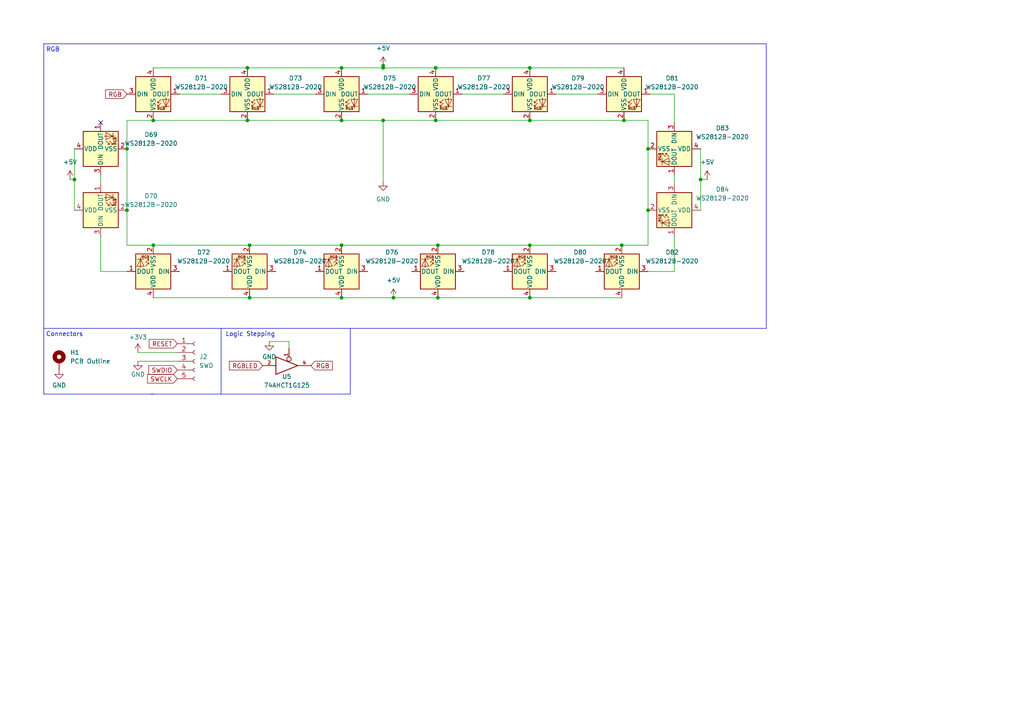
<source format=kicad_sch>
(kicad_sch (version 20230121) (generator eeschema)

  (uuid 8d284183-fbe8-468d-94b9-729308198afa)

  (paper "A4")

  (title_block
    (title "SST60 - Multi-layout 60% pcb")
    (date "2022-07-25")
    (rev "1.0")
  )

  (lib_symbols
    (symbol "74xGxx:74AHCT1G125" (pin_names (offset 1.016)) (in_bom yes) (on_board yes)
      (property "Reference" "U?" (at -0.635 -5.715 0)
        (effects (font (size 1.27 1.27)))
      )
      (property "Value" "74AHCT1G125" (at -0.635 -8.255 0)
        (effects (font (size 1.27 1.27)))
      )
      (property "Footprint" "" (at 0 0 0)
        (effects (font (size 1.27 1.27)) hide)
      )
      (property "Datasheet" "http://www.ti.com/lit/sg/scyt129e/scyt129e.pdf" (at 1.27 -11.43 0)
        (effects (font (size 1.27 1.27)) hide)
      )
      (property "ki_keywords" "Single Gate Buff Tri-State LVC CMOS" (at 0 0 0)
        (effects (font (size 1.27 1.27)) hide)
      )
      (property "ki_description" "Single Buffer Gate Tri-State, Low-Voltage CMOS" (at 0 0 0)
        (effects (font (size 1.27 1.27)) hide)
      )
      (property "ki_fp_filters" "SOT* SG-*" (at 0 0 0)
        (effects (font (size 1.27 1.27)) hide)
      )
      (symbol "74AHCT1G125_0_1"
        (polyline
          (pts
            (xy -3.81 2.54)
            (xy -3.81 -2.54)
            (xy 2.54 0)
            (xy -3.81 2.54)
          )
          (stroke (width 0.254) (type default))
          (fill (type none))
        )
      )
      (symbol "74AHCT1G125_1_1"
        (pin input inverted (at 0 5.08 270) (length 3.81)
          (name "~" (effects (font (size 1.016 1.016))))
          (number "1" (effects (font (size 1.016 1.016))))
        )
        (pin input line (at -7.62 0 0) (length 3.81)
          (name "~" (effects (font (size 1.016 1.016))))
          (number "2" (effects (font (size 1.016 1.016))))
        )
        (pin power_in line (at 5.08 -2.54 270) (length 0) hide
          (name "GND" (effects (font (size 1.016 1.016))))
          (number "3" (effects (font (size 1.016 1.016))))
        )
        (pin tri_state line (at 6.35 0 180) (length 3.81)
          (name "~" (effects (font (size 1.016 1.016))))
          (number "4" (effects (font (size 1.016 1.016))))
        )
        (pin power_in line (at 1.27 1.27 90) (length 0) hide
          (name "+5V" (effects (font (size 1.016 1.016))))
          (number "5" (effects (font (size 1.016 1.016))))
        )
      )
    )
    (symbol "Connector:Conn_01x05_Female" (pin_names (offset 1.016) hide) (in_bom yes) (on_board yes)
      (property "Reference" "J" (at 0 7.62 0)
        (effects (font (size 1.27 1.27)))
      )
      (property "Value" "Conn_01x05_Female" (at 0 -7.62 0)
        (effects (font (size 1.27 1.27)))
      )
      (property "Footprint" "" (at 0 0 0)
        (effects (font (size 1.27 1.27)) hide)
      )
      (property "Datasheet" "~" (at 0 0 0)
        (effects (font (size 1.27 1.27)) hide)
      )
      (property "ki_keywords" "connector" (at 0 0 0)
        (effects (font (size 1.27 1.27)) hide)
      )
      (property "ki_description" "Generic connector, single row, 01x05, script generated (kicad-library-utils/schlib/autogen/connector/)" (at 0 0 0)
        (effects (font (size 1.27 1.27)) hide)
      )
      (property "ki_fp_filters" "Connector*:*_1x??_*" (at 0 0 0)
        (effects (font (size 1.27 1.27)) hide)
      )
      (symbol "Conn_01x05_Female_1_1"
        (arc (start 0 -4.572) (mid -0.5058 -5.08) (end 0 -5.588)
          (stroke (width 0.1524) (type default))
          (fill (type none))
        )
        (arc (start 0 -2.032) (mid -0.5058 -2.54) (end 0 -3.048)
          (stroke (width 0.1524) (type default))
          (fill (type none))
        )
        (polyline
          (pts
            (xy -1.27 -5.08)
            (xy -0.508 -5.08)
          )
          (stroke (width 0.1524) (type default))
          (fill (type none))
        )
        (polyline
          (pts
            (xy -1.27 -2.54)
            (xy -0.508 -2.54)
          )
          (stroke (width 0.1524) (type default))
          (fill (type none))
        )
        (polyline
          (pts
            (xy -1.27 0)
            (xy -0.508 0)
          )
          (stroke (width 0.1524) (type default))
          (fill (type none))
        )
        (polyline
          (pts
            (xy -1.27 2.54)
            (xy -0.508 2.54)
          )
          (stroke (width 0.1524) (type default))
          (fill (type none))
        )
        (polyline
          (pts
            (xy -1.27 5.08)
            (xy -0.508 5.08)
          )
          (stroke (width 0.1524) (type default))
          (fill (type none))
        )
        (arc (start 0 0.508) (mid -0.5058 0) (end 0 -0.508)
          (stroke (width 0.1524) (type default))
          (fill (type none))
        )
        (arc (start 0 3.048) (mid -0.5058 2.54) (end 0 2.032)
          (stroke (width 0.1524) (type default))
          (fill (type none))
        )
        (arc (start 0 5.588) (mid -0.5058 5.08) (end 0 4.572)
          (stroke (width 0.1524) (type default))
          (fill (type none))
        )
        (pin passive line (at -5.08 5.08 0) (length 3.81)
          (name "Pin_1" (effects (font (size 1.27 1.27))))
          (number "1" (effects (font (size 1.27 1.27))))
        )
        (pin passive line (at -5.08 2.54 0) (length 3.81)
          (name "Pin_2" (effects (font (size 1.27 1.27))))
          (number "2" (effects (font (size 1.27 1.27))))
        )
        (pin passive line (at -5.08 0 0) (length 3.81)
          (name "Pin_3" (effects (font (size 1.27 1.27))))
          (number "3" (effects (font (size 1.27 1.27))))
        )
        (pin passive line (at -5.08 -2.54 0) (length 3.81)
          (name "Pin_4" (effects (font (size 1.27 1.27))))
          (number "4" (effects (font (size 1.27 1.27))))
        )
        (pin passive line (at -5.08 -5.08 0) (length 3.81)
          (name "Pin_5" (effects (font (size 1.27 1.27))))
          (number "5" (effects (font (size 1.27 1.27))))
        )
      )
    )
    (symbol "Mechanical:MountingHole_Pad" (pin_numbers hide) (pin_names (offset 1.016) hide) (in_bom yes) (on_board yes)
      (property "Reference" "H" (at 0 6.35 0)
        (effects (font (size 1.27 1.27)))
      )
      (property "Value" "MountingHole_Pad" (at 0 4.445 0)
        (effects (font (size 1.27 1.27)))
      )
      (property "Footprint" "" (at 0 0 0)
        (effects (font (size 1.27 1.27)) hide)
      )
      (property "Datasheet" "~" (at 0 0 0)
        (effects (font (size 1.27 1.27)) hide)
      )
      (property "ki_keywords" "mounting hole" (at 0 0 0)
        (effects (font (size 1.27 1.27)) hide)
      )
      (property "ki_description" "Mounting Hole with connection" (at 0 0 0)
        (effects (font (size 1.27 1.27)) hide)
      )
      (property "ki_fp_filters" "MountingHole*Pad*" (at 0 0 0)
        (effects (font (size 1.27 1.27)) hide)
      )
      (symbol "MountingHole_Pad_0_1"
        (circle (center 0 1.27) (radius 1.27)
          (stroke (width 1.27) (type default))
          (fill (type none))
        )
      )
      (symbol "MountingHole_Pad_1_1"
        (pin input line (at 0 -2.54 90) (length 2.54)
          (name "1" (effects (font (size 1.27 1.27))))
          (number "1" (effects (font (size 1.27 1.27))))
        )
      )
    )
    (symbol "cipulot_parts:SK6812MINI" (pin_names (offset 0.254)) (in_bom yes) (on_board yes)
      (property "Reference" "D" (at 5.08 5.715 0)
        (effects (font (size 1.27 1.27)) (justify right bottom))
      )
      (property "Value" "SK6812MINI" (at 1.27 -5.715 0)
        (effects (font (size 1.27 1.27)) (justify left top))
      )
      (property "Footprint" "LED_SMD:LED_SK6812MINI_PLCC4_3.5x3.5mm_P1.75mm" (at 1.27 -7.62 0)
        (effects (font (size 1.27 1.27)) (justify left top) hide)
      )
      (property "Datasheet" "" (at 2.54 -9.525 0)
        (effects (font (size 1.27 1.27)) (justify left top) hide)
      )
      (property "ki_fp_filters" "LED*SK6812MINI*PLCC*3.5x3.5mm*P1.75mm*" (at 0 0 0)
        (effects (font (size 1.27 1.27)) hide)
      )
      (symbol "SK6812MINI_0_0"
        (text "RGB" (at 2.286 -4.191 0)
          (effects (font (size 0.762 0.762)))
        )
      )
      (symbol "SK6812MINI_0_1"
        (polyline
          (pts
            (xy 1.27 -3.556)
            (xy 1.778 -3.556)
          )
          (stroke (width 0) (type default))
          (fill (type none))
        )
        (polyline
          (pts
            (xy 1.27 -2.54)
            (xy 1.778 -2.54)
          )
          (stroke (width 0) (type default))
          (fill (type none))
        )
        (polyline
          (pts
            (xy 4.699 -3.556)
            (xy 2.667 -3.556)
          )
          (stroke (width 0) (type default))
          (fill (type none))
        )
        (polyline
          (pts
            (xy 2.286 -2.54)
            (xy 1.27 -3.556)
            (xy 1.27 -3.048)
          )
          (stroke (width 0) (type default))
          (fill (type none))
        )
        (polyline
          (pts
            (xy 2.286 -1.524)
            (xy 1.27 -2.54)
            (xy 1.27 -2.032)
          )
          (stroke (width 0) (type default))
          (fill (type none))
        )
        (polyline
          (pts
            (xy 3.683 -1.016)
            (xy 3.683 -3.556)
            (xy 3.683 -4.064)
          )
          (stroke (width 0) (type default))
          (fill (type none))
        )
        (polyline
          (pts
            (xy 4.699 -1.524)
            (xy 2.667 -1.524)
            (xy 3.683 -3.556)
            (xy 4.699 -1.524)
          )
          (stroke (width 0) (type default))
          (fill (type none))
        )
        (rectangle (start 5.08 5.08) (end -5.08 -5.08)
          (stroke (width 0.254) (type default))
          (fill (type background))
        )
      )
      (symbol "SK6812MINI_1_1"
        (pin output line (at 7.62 0 180) (length 2.54)
          (name "DOUT" (effects (font (size 1.27 1.27))))
          (number "1" (effects (font (size 1.27 1.27))))
        )
        (pin power_in line (at 0 -7.62 90) (length 2.54)
          (name "VSS" (effects (font (size 1.27 1.27))))
          (number "2" (effects (font (size 1.27 1.27))))
        )
        (pin input line (at -7.62 0 0) (length 2.54)
          (name "DIN" (effects (font (size 1.27 1.27))))
          (number "3" (effects (font (size 1.27 1.27))))
        )
        (pin power_in line (at 0 7.62 270) (length 2.54)
          (name "VDD" (effects (font (size 1.27 1.27))))
          (number "4" (effects (font (size 1.27 1.27))))
        )
      )
    )
    (symbol "power:+3V3" (power) (pin_names (offset 0)) (in_bom yes) (on_board yes)
      (property "Reference" "#PWR" (at 0 -3.81 0)
        (effects (font (size 1.27 1.27)) hide)
      )
      (property "Value" "+3V3" (at 0 3.556 0)
        (effects (font (size 1.27 1.27)))
      )
      (property "Footprint" "" (at 0 0 0)
        (effects (font (size 1.27 1.27)) hide)
      )
      (property "Datasheet" "" (at 0 0 0)
        (effects (font (size 1.27 1.27)) hide)
      )
      (property "ki_keywords" "power-flag" (at 0 0 0)
        (effects (font (size 1.27 1.27)) hide)
      )
      (property "ki_description" "Power symbol creates a global label with name \"+3V3\"" (at 0 0 0)
        (effects (font (size 1.27 1.27)) hide)
      )
      (symbol "+3V3_0_1"
        (polyline
          (pts
            (xy -0.762 1.27)
            (xy 0 2.54)
          )
          (stroke (width 0) (type default))
          (fill (type none))
        )
        (polyline
          (pts
            (xy 0 0)
            (xy 0 2.54)
          )
          (stroke (width 0) (type default))
          (fill (type none))
        )
        (polyline
          (pts
            (xy 0 2.54)
            (xy 0.762 1.27)
          )
          (stroke (width 0) (type default))
          (fill (type none))
        )
      )
      (symbol "+3V3_1_1"
        (pin power_in line (at 0 0 90) (length 0) hide
          (name "+3V3" (effects (font (size 1.27 1.27))))
          (number "1" (effects (font (size 1.27 1.27))))
        )
      )
    )
    (symbol "power:+5V" (power) (pin_names (offset 0)) (in_bom yes) (on_board yes)
      (property "Reference" "#PWR" (at 0 -3.81 0)
        (effects (font (size 1.27 1.27)) hide)
      )
      (property "Value" "+5V" (at 0 3.556 0)
        (effects (font (size 1.27 1.27)))
      )
      (property "Footprint" "" (at 0 0 0)
        (effects (font (size 1.27 1.27)) hide)
      )
      (property "Datasheet" "" (at 0 0 0)
        (effects (font (size 1.27 1.27)) hide)
      )
      (property "ki_keywords" "power-flag" (at 0 0 0)
        (effects (font (size 1.27 1.27)) hide)
      )
      (property "ki_description" "Power symbol creates a global label with name \"+5V\"" (at 0 0 0)
        (effects (font (size 1.27 1.27)) hide)
      )
      (symbol "+5V_0_1"
        (polyline
          (pts
            (xy -0.762 1.27)
            (xy 0 2.54)
          )
          (stroke (width 0) (type default))
          (fill (type none))
        )
        (polyline
          (pts
            (xy 0 0)
            (xy 0 2.54)
          )
          (stroke (width 0) (type default))
          (fill (type none))
        )
        (polyline
          (pts
            (xy 0 2.54)
            (xy 0.762 1.27)
          )
          (stroke (width 0) (type default))
          (fill (type none))
        )
      )
      (symbol "+5V_1_1"
        (pin power_in line (at 0 0 90) (length 0) hide
          (name "+5V" (effects (font (size 1.27 1.27))))
          (number "1" (effects (font (size 1.27 1.27))))
        )
      )
    )
    (symbol "power:GND" (power) (pin_names (offset 0)) (in_bom yes) (on_board yes)
      (property "Reference" "#PWR" (at 0 -6.35 0)
        (effects (font (size 1.27 1.27)) hide)
      )
      (property "Value" "GND" (at 0 -3.81 0)
        (effects (font (size 1.27 1.27)))
      )
      (property "Footprint" "" (at 0 0 0)
        (effects (font (size 1.27 1.27)) hide)
      )
      (property "Datasheet" "" (at 0 0 0)
        (effects (font (size 1.27 1.27)) hide)
      )
      (property "ki_keywords" "power-flag" (at 0 0 0)
        (effects (font (size 1.27 1.27)) hide)
      )
      (property "ki_description" "Power symbol creates a global label with name \"GND\" , ground" (at 0 0 0)
        (effects (font (size 1.27 1.27)) hide)
      )
      (symbol "GND_0_1"
        (polyline
          (pts
            (xy 0 0)
            (xy 0 -1.27)
            (xy 1.27 -1.27)
            (xy 0 -2.54)
            (xy -1.27 -1.27)
            (xy 0 -1.27)
          )
          (stroke (width 0) (type default))
          (fill (type none))
        )
      )
      (symbol "GND_1_1"
        (pin power_in line (at 0 0 270) (length 0) hide
          (name "GND" (effects (font (size 1.27 1.27))))
          (number "1" (effects (font (size 1.27 1.27))))
        )
      )
    )
  )

  (junction (at 153.67 34.925) (diameter 0) (color 0 0 0 0)
    (uuid 030fc54e-4d3a-4ba5-b226-4ba9fe983e89)
  )
  (junction (at 114.113 86.36) (diameter 0) (color 0 0 0 0)
    (uuid 040a4c86-7de7-4386-bf38-d5e1edbe337f)
  )
  (junction (at 153.67 71.12) (diameter 0) (color 0 0 0 0)
    (uuid 061e8db2-97bb-4470-ad0e-0531a6d09f7c)
  )
  (junction (at 187.96 60.96) (diameter 0) (color 0 0 0 0)
    (uuid 10688faa-b0ba-4c9e-8703-154b75c1813a)
  )
  (junction (at 153.67 86.36) (diameter 0) (color 0 0 0 0)
    (uuid 169a68f7-f987-4265-9600-592d89ab4027)
  )
  (junction (at 111.125 19.05) (diameter 0) (color 0 0 0 0)
    (uuid 1703d401-702e-422c-be4c-4b33deaee995)
  )
  (junction (at 21.59 52.07) (diameter 0) (color 0 0 0 0)
    (uuid 282b148a-ee9c-4ebc-8bf5-bf2f18c9fd1a)
  )
  (junction (at 44.45 71.12) (diameter 0) (color 0 0 0 0)
    (uuid 3e1703a2-eacd-4de8-860a-6e2b8f4c12e1)
  )
  (junction (at 99.06 86.36) (diameter 0) (color 0 0 0 0)
    (uuid 48dcdde5-f1a7-4dfb-b6d0-2abd0fbfe607)
  )
  (junction (at 187.96 43.18) (diameter 0) (color 0 0 0 0)
    (uuid 5451a1b5-73a1-4b46-b1a1-ae12416164d0)
  )
  (junction (at 180.975 34.925) (diameter 0) (color 0 0 0 0)
    (uuid 5caac6fd-182b-40d8-8ab0-7b39c3cdb39f)
  )
  (junction (at 127 86.36) (diameter 0) (color 0 0 0 0)
    (uuid 5d7c905c-a230-478d-9c09-d42efa426bb9)
  )
  (junction (at 180.34 71.12) (diameter 0) (color 0 0 0 0)
    (uuid 66337f7a-ae18-4b4a-863a-fdff4cc159bd)
  )
  (junction (at 99.06 19.685) (diameter 0) (color 0 0 0 0)
    (uuid 78655a12-4c53-4fcd-b6b4-034500319ff9)
  )
  (junction (at 126.365 34.925) (diameter 0) (color 0 0 0 0)
    (uuid 7b2e37d4-f9a9-4a9f-936e-de5013810902)
  )
  (junction (at 36.83 60.96) (diameter 0) (color 0 0 0 0)
    (uuid 7fb1033d-d26f-49c0-964a-7975c7bde031)
  )
  (junction (at 71.755 34.925) (diameter 0) (color 0 0 0 0)
    (uuid 8e0ba04e-2d41-4a40-bbfe-779ff041a6ba)
  )
  (junction (at 127 71.12) (diameter 0) (color 0 0 0 0)
    (uuid 96b62669-775e-47e0-b7d6-d96209c875e8)
  )
  (junction (at 111.125 19.685) (diameter 0) (color 0 0 0 0)
    (uuid a298f35a-10da-4d6c-8eef-31a34ccff438)
  )
  (junction (at 111.125 34.925) (diameter 0) (color 0 0 0 0)
    (uuid a667db1e-a2f8-4135-bbe6-25ad3ea6dc32)
  )
  (junction (at 36.83 43.18) (diameter 0) (color 0 0 0 0)
    (uuid a69b8297-ec3f-4567-a781-312e9ba04da4)
  )
  (junction (at 72.39 86.36) (diameter 0) (color 0 0 0 0)
    (uuid b8fdd721-6afc-4962-bf10-01efe45ded62)
  )
  (junction (at 153.67 19.685) (diameter 0) (color 0 0 0 0)
    (uuid bf9d4114-4478-481a-a87e-f60636987b23)
  )
  (junction (at 126.365 19.685) (diameter 0) (color 0 0 0 0)
    (uuid c2943eb5-3a8e-4450-9b4b-445b953a489a)
  )
  (junction (at 99.06 34.925) (diameter 0) (color 0 0 0 0)
    (uuid d32786e9-7fa3-4835-86b8-6a369415dc22)
  )
  (junction (at 99.06 71.12) (diameter 0) (color 0 0 0 0)
    (uuid d38b9aba-5e2b-4d5b-86ab-ab369513245e)
  )
  (junction (at 44.45 34.925) (diameter 0) (color 0 0 0 0)
    (uuid d93ce4f4-8ad6-4371-be4a-5e23e35222fa)
  )
  (junction (at 72.39 71.12) (diameter 0) (color 0 0 0 0)
    (uuid daca1f94-8d4a-49ab-976d-1042eb44a0ec)
  )
  (junction (at 203.2 52.07) (diameter 0) (color 0 0 0 0)
    (uuid eaae90ce-4ff2-4445-ba66-c08d4cd476a5)
  )
  (junction (at 71.755 19.685) (diameter 0) (color 0 0 0 0)
    (uuid ed7152fd-beb2-4081-8e25-e686f7a66b1b)
  )

  (no_connect (at 29.21 35.56) (uuid 234f66f9-8c70-4f55-acfa-884497e1c58a))

  (wire (pts (xy 21.59 52.07) (xy 21.59 60.96))
    (stroke (width 0) (type default))
    (uuid 016d3386-75c6-4ca7-9df5-e53fd91b7427)
  )
  (wire (pts (xy 187.96 43.18) (xy 187.96 34.925))
    (stroke (width 0) (type default))
    (uuid 035f2ee3-93e2-4303-88ae-4789a8c6531e)
  )
  (polyline (pts (xy 12.7 12.7) (xy 12.7 95.25))
    (stroke (width 0) (type default))
    (uuid 037da714-6377-43de-b800-13334e7b059e)
  )

  (wire (pts (xy 40.005 104.775) (xy 51.435 104.775))
    (stroke (width 0) (type default))
    (uuid 045b3d25-824a-4bcd-82de-6300025720e4)
  )
  (wire (pts (xy 195.58 50.8) (xy 195.58 53.34))
    (stroke (width 0) (type default))
    (uuid 04f49640-d6e4-4111-ba3d-2814b1248dce)
  )
  (wire (pts (xy 127 71.12) (xy 99.06 71.12))
    (stroke (width 0) (type default))
    (uuid 09a44223-aa15-4c8f-b70b-d3375062328d)
  )
  (wire (pts (xy 187.96 43.18) (xy 187.96 60.96))
    (stroke (width 0) (type default))
    (uuid 0f2242f6-6692-4d75-8280-d21d8bdd0f70)
  )
  (wire (pts (xy 99.06 34.925) (xy 111.125 34.925))
    (stroke (width 0) (type default))
    (uuid 1439a85a-7e4d-4196-871a-9fc1a6ed0e52)
  )
  (wire (pts (xy 21.59 43.18) (xy 21.59 52.07))
    (stroke (width 0) (type default))
    (uuid 14eb23d8-37ee-45bc-8c72-e8221acb4ea6)
  )
  (wire (pts (xy 44.45 71.12) (xy 36.83 71.12))
    (stroke (width 0) (type default))
    (uuid 18213788-0089-4c3b-ac1e-75afb1639da3)
  )
  (wire (pts (xy 188.595 27.305) (xy 195.58 27.305))
    (stroke (width 0) (type default))
    (uuid 19762cf5-6860-462e-8e7d-059539325e42)
  )
  (wire (pts (xy 127 86.36) (xy 153.67 86.36))
    (stroke (width 0) (type default))
    (uuid 1a460f69-df2c-47ad-8fc4-af8020a9f8ea)
  )
  (wire (pts (xy 106.68 27.305) (xy 118.745 27.305))
    (stroke (width 0) (type default))
    (uuid 1b7a6a22-9443-4d95-8e71-4d05bbe117b8)
  )
  (wire (pts (xy 29.21 68.58) (xy 29.21 78.74))
    (stroke (width 0) (type default))
    (uuid 1b861b08-a63e-4a95-ac64-f04af54a6015)
  )
  (wire (pts (xy 126.365 19.685) (xy 111.125 19.685))
    (stroke (width 0) (type default))
    (uuid 1cd3715a-8c98-43fc-96e5-3d08ccf306a8)
  )
  (polyline (pts (xy 12.7 12.7) (xy 222.25 12.7))
    (stroke (width 0) (type default))
    (uuid 212afef1-b9bb-4f8d-ad4e-4ba8db362c05)
  )

  (wire (pts (xy 161.29 27.305) (xy 173.355 27.305))
    (stroke (width 0) (type default))
    (uuid 26b04bd4-ed4a-47bb-bba3-2be54cee1ba9)
  )
  (polyline (pts (xy 101.6 114.3) (xy 101.6 95.25))
    (stroke (width 0) (type default))
    (uuid 28982f72-6a21-42d3-9eff-d562b5280b29)
  )
  (polyline (pts (xy 64.135 114.3) (xy 101.6 114.3))
    (stroke (width 0) (type default))
    (uuid 295c070a-4458-4f4a-8593-fd5407c62f83)
  )

  (wire (pts (xy 78.105 99.06) (xy 83.82 99.06))
    (stroke (width 0) (type default))
    (uuid 31a86bef-90f5-47a9-9b95-49abf4ba4160)
  )
  (polyline (pts (xy 222.25 12.7) (xy 222.25 95.25))
    (stroke (width 0) (type default))
    (uuid 31f0a77f-bc9b-44d0-adfd-c742fd47cd38)
  )

  (wire (pts (xy 187.96 71.12) (xy 180.34 71.12))
    (stroke (width 0) (type default))
    (uuid 3a7f6389-b9b1-44e7-8248-597a4a1d98d5)
  )
  (wire (pts (xy 180.34 71.12) (xy 153.67 71.12))
    (stroke (width 0) (type default))
    (uuid 3b504c87-f54a-419e-b856-bfbd56bbc0d9)
  )
  (wire (pts (xy 203.2 43.18) (xy 203.2 52.07))
    (stroke (width 0) (type default))
    (uuid 3f45c245-be59-48c9-bca3-8bbe304002c6)
  )
  (wire (pts (xy 187.96 60.96) (xy 187.96 71.12))
    (stroke (width 0) (type default))
    (uuid 478789c4-def0-4bc3-8f22-f81d6bf5a558)
  )
  (wire (pts (xy 79.375 27.305) (xy 91.44 27.305))
    (stroke (width 0) (type default))
    (uuid 4ad6282e-b4f1-4345-9d0b-84a9df221c2e)
  )
  (wire (pts (xy 29.21 78.74) (xy 36.83 78.74))
    (stroke (width 0) (type default))
    (uuid 4dd3870b-c1db-47c4-bd22-204ad7b30fb9)
  )
  (wire (pts (xy 36.83 43.18) (xy 36.83 34.925))
    (stroke (width 0) (type default))
    (uuid 5434f1b5-3468-48e5-a51a-bc06d0b0077e)
  )
  (wire (pts (xy 36.83 43.18) (xy 36.83 60.96))
    (stroke (width 0) (type default))
    (uuid 5660a158-5f1e-4ea4-96d1-a20e63daa9ca)
  )
  (wire (pts (xy 153.67 34.925) (xy 180.975 34.925))
    (stroke (width 0) (type default))
    (uuid 5d487761-82fb-474e-a605-4ba807911363)
  )
  (wire (pts (xy 111.125 19.685) (xy 111.125 19.05))
    (stroke (width 0) (type default))
    (uuid 631d5c5a-1706-4ae8-ab8e-e7ef1ff3f693)
  )
  (wire (pts (xy 44.45 34.925) (xy 71.755 34.925))
    (stroke (width 0) (type default))
    (uuid 63639e56-8d92-432d-a9d1-15e333f4d9c1)
  )
  (wire (pts (xy 203.2 52.07) (xy 205.105 52.07))
    (stroke (width 0) (type default))
    (uuid 687b4c8d-2cf9-4b18-85a7-fd0f8878fdba)
  )
  (wire (pts (xy 99.06 19.685) (xy 111.125 19.685))
    (stroke (width 0) (type default))
    (uuid 69dc7cce-0b64-454e-a6e6-e42d7ef491a9)
  )
  (polyline (pts (xy 12.7 114.3) (xy 44.45 114.3))
    (stroke (width 0) (type default))
    (uuid 6f261da9-2c2a-4848-a89a-48a956a275df)
  )

  (wire (pts (xy 195.58 27.305) (xy 195.58 35.56))
    (stroke (width 0) (type default))
    (uuid 730e4bdf-8205-4e93-b797-4ecb4030aa0a)
  )
  (wire (pts (xy 195.58 68.58) (xy 195.58 78.74))
    (stroke (width 0) (type default))
    (uuid 78104d79-60cb-4572-b8c8-e216dbaabd74)
  )
  (wire (pts (xy 153.67 71.12) (xy 127 71.12))
    (stroke (width 0) (type default))
    (uuid 7aa1118a-e116-4cd6-8980-748468d1f813)
  )
  (wire (pts (xy 180.975 19.685) (xy 153.67 19.685))
    (stroke (width 0) (type default))
    (uuid 7b3a82cd-f1f7-4ea7-b542-1b8b8ed6a14a)
  )
  (wire (pts (xy 111.125 52.705) (xy 111.125 34.925))
    (stroke (width 0) (type default))
    (uuid 810512d8-cebf-42b5-b7ec-64806917c485)
  )
  (wire (pts (xy 20.32 52.07) (xy 21.59 52.07))
    (stroke (width 0) (type default))
    (uuid 83981ed0-c897-4efc-b401-bde3a305ff63)
  )
  (wire (pts (xy 40.005 102.235) (xy 51.435 102.235))
    (stroke (width 0) (type default))
    (uuid 85d9fd89-3406-4faa-8b36-68f21eafefe5)
  )
  (wire (pts (xy 44.45 19.685) (xy 71.755 19.685))
    (stroke (width 0) (type default))
    (uuid 88fb09e9-54fc-4a68-a489-0e0cef60f7f1)
  )
  (wire (pts (xy 71.755 34.925) (xy 99.06 34.925))
    (stroke (width 0) (type default))
    (uuid 8af1a3a8-6f48-4d06-8ef6-828246cb1021)
  )
  (wire (pts (xy 29.21 50.8) (xy 29.21 53.34))
    (stroke (width 0) (type default))
    (uuid 8e028b3d-cb1c-4b57-87f9-a5ec4cfff287)
  )
  (polyline (pts (xy 43.815 114.3) (xy 64.135 114.3))
    (stroke (width 0) (type default))
    (uuid 9d9e2a14-a3a3-446e-82cc-d1657df8bffe)
  )
  (polyline (pts (xy 64.135 95.25) (xy 64.135 114.3))
    (stroke (width 0) (type default))
    (uuid a52be7b0-7029-436c-9729-bf8e23248c49)
  )

  (wire (pts (xy 133.985 27.305) (xy 146.05 27.305))
    (stroke (width 0) (type default))
    (uuid aa81dc25-a9fb-49b0-a52c-28c2c5826a9a)
  )
  (wire (pts (xy 36.83 60.96) (xy 36.83 71.12))
    (stroke (width 0) (type default))
    (uuid ae1e77b1-bb48-4e2d-b14c-d8d509e929c1)
  )
  (wire (pts (xy 99.06 71.12) (xy 72.39 71.12))
    (stroke (width 0) (type default))
    (uuid b1adb866-6d3d-445e-b3bc-2dd4c8ccd10c)
  )
  (wire (pts (xy 203.2 60.96) (xy 203.2 52.07))
    (stroke (width 0) (type default))
    (uuid b4659600-e85b-4d52-bed0-754f412d5ad9)
  )
  (wire (pts (xy 99.06 86.36) (xy 114.113 86.36))
    (stroke (width 0) (type default))
    (uuid b66c081a-3216-45a1-8140-31996b95f6de)
  )
  (wire (pts (xy 114.113 86.36) (xy 127 86.36))
    (stroke (width 0) (type default))
    (uuid bff0e690-0de0-4956-a32c-729fff565f3c)
  )
  (polyline (pts (xy 12.7 95.25) (xy 12.7 114.3))
    (stroke (width 0) (type default))
    (uuid c2f5fe18-1ff1-420d-bf4d-64bb69929ec3)
  )

  (wire (pts (xy 36.83 34.925) (xy 44.45 34.925))
    (stroke (width 0) (type default))
    (uuid c5568b04-b2e9-4bfe-819c-f61834589b42)
  )
  (wire (pts (xy 72.39 86.36) (xy 99.06 86.36))
    (stroke (width 0) (type default))
    (uuid c576ee23-8228-44f5-b73e-229692e0aa13)
  )
  (wire (pts (xy 153.67 86.36) (xy 180.34 86.36))
    (stroke (width 0) (type default))
    (uuid c6b22ec7-f8d7-4cc0-8260-b407ce579930)
  )
  (wire (pts (xy 111.125 19.05) (xy 111.125 18.415))
    (stroke (width 0) (type default))
    (uuid cd6402dd-e08c-409f-9023-83fdae132905)
  )
  (wire (pts (xy 52.07 27.305) (xy 64.135 27.305))
    (stroke (width 0) (type default))
    (uuid d4e451d0-eed6-4422-9ddf-ef890a70e5de)
  )
  (wire (pts (xy 44.45 86.36) (xy 72.39 86.36))
    (stroke (width 0) (type default))
    (uuid db025206-3d1c-426d-8530-9fa6390db5fe)
  )
  (wire (pts (xy 126.365 34.925) (xy 153.67 34.925))
    (stroke (width 0) (type default))
    (uuid db6762b9-9c29-4ecd-81ba-32944f8246c2)
  )
  (wire (pts (xy 195.58 78.74) (xy 187.96 78.74))
    (stroke (width 0) (type default))
    (uuid dc8deeab-6f04-4f4d-8737-49f9efbbcf4e)
  )
  (wire (pts (xy 111.125 34.925) (xy 126.365 34.925))
    (stroke (width 0) (type default))
    (uuid df3be314-0930-496d-8784-ab1b2b86382e)
  )
  (wire (pts (xy 72.39 71.12) (xy 44.45 71.12))
    (stroke (width 0) (type default))
    (uuid e7ff3b70-d2e2-480c-b842-178bced78019)
  )
  (wire (pts (xy 83.82 99.06) (xy 83.82 100.965))
    (stroke (width 0) (type default))
    (uuid e97cc220-2f53-4e91-bba9-050499e62d22)
  )
  (wire (pts (xy 71.755 19.685) (xy 99.06 19.685))
    (stroke (width 0) (type default))
    (uuid f43e8dab-d17d-4059-95b8-54c315049ef9)
  )
  (wire (pts (xy 187.96 34.925) (xy 180.975 34.925))
    (stroke (width 0) (type default))
    (uuid f4ce47bb-bc58-43f9-9c2d-bbff2cd1a1ef)
  )
  (wire (pts (xy 153.67 19.685) (xy 126.365 19.685))
    (stroke (width 0) (type default))
    (uuid f614175b-5a70-403d-886e-232e9d8e99c1)
  )
  (polyline (pts (xy 222.25 95.25) (xy 12.7 95.25))
    (stroke (width 0) (type default))
    (uuid fe12f09a-6661-4a29-913a-4e60f3564e86)
  )

  (text "Logic Stepping" (at 65.405 97.79 0)
    (effects (font (size 1.27 1.27)) (justify left bottom))
    (uuid 3e52b8be-522d-4642-9f36-96c3d2c6d0e2)
  )
  (text "Connectors\n" (at 13.335 97.79 0)
    (effects (font (size 1.27 1.27)) (justify left bottom))
    (uuid bc16b795-7160-4f94-a512-5f93d0dafe53)
  )
  (text "RGB\n" (at 13.335 15.24 0)
    (effects (font (size 1.27 1.27)) (justify left bottom))
    (uuid e2113117-2e69-4c44-ae87-403fd013176a)
  )

  (global_label "RGB" (shape input) (at 90.17 106.045 0) (fields_autoplaced)
    (effects (font (size 1.27 1.27)) (justify left))
    (uuid 09381f26-cb4f-4b8c-80c5-d067e9a87956)
    (property "Intersheetrefs" "${INTERSHEET_REFS}" (at 96.3931 106.1244 0)
      (effects (font (size 1.27 1.27)) (justify left) hide)
    )
  )
  (global_label "RGB" (shape input) (at 36.83 27.305 180) (fields_autoplaced)
    (effects (font (size 1.27 1.27)) (justify right))
    (uuid 39ebe57b-d272-45c3-aea2-95144615406f)
    (property "Intersheetrefs" "${INTERSHEET_REFS}" (at 30.6069 27.2256 0)
      (effects (font (size 1.27 1.27)) (justify right) hide)
    )
  )
  (global_label "SWCLK" (shape input) (at 51.435 109.855 180) (fields_autoplaced)
    (effects (font (size 1.27 1.27)) (justify right))
    (uuid 6d4e0df8-c5ac-4d26-a2a0-bb280dd90a87)
    (property "Intersheetrefs" "${INTERSHEET_REFS}" (at 42.7929 109.7756 0)
      (effects (font (size 1.27 1.27)) (justify right) hide)
    )
  )
  (global_label "RGBLED" (shape input) (at 76.2 106.045 180) (fields_autoplaced)
    (effects (font (size 1.27 1.27)) (justify right))
    (uuid d95c5574-5204-4249-a21b-7b25162b2d2c)
    (property "Intersheetrefs" "${INTERSHEET_REFS}" (at 66.5298 105.9656 0)
      (effects (font (size 1.27 1.27)) (justify right) hide)
    )
  )
  (global_label "RESET" (shape input) (at 51.435 99.695 180) (fields_autoplaced)
    (effects (font (size 1.27 1.27)) (justify right))
    (uuid ddabb96b-23e9-4e38-b4c5-5a5f41143ef3)
    (property "Intersheetrefs" "${INTERSHEET_REFS}" (at 43.2767 99.6156 0)
      (effects (font (size 1.27 1.27)) (justify right) hide)
    )
  )
  (global_label "SWDIO" (shape input) (at 51.435 107.315 180) (fields_autoplaced)
    (effects (font (size 1.27 1.27)) (justify right))
    (uuid e4abe68a-c25e-4884-9f89-ff191aa97c0d)
    (property "Intersheetrefs" "${INTERSHEET_REFS}" (at 43.1557 107.2356 0)
      (effects (font (size 1.27 1.27)) (justify right) hide)
    )
  )

  (symbol (lib_id "cipulot_parts:SK6812MINI") (at 29.21 43.18 90) (unit 1)
    (in_bom yes) (on_board yes) (dnp no) (fields_autoplaced)
    (uuid 1c0e3c6c-2761-4a64-b11d-645b6c761914)
    (property "Reference" "D69" (at 43.815 39.0398 90)
      (effects (font (size 1.27 1.27)))
    )
    (property "Value" "WS2812B-2020" (at 43.815 41.5798 90)
      (effects (font (size 1.27 1.27)))
    )
    (property "Footprint" "acheron_Components:LED_WS2812_2020" (at 36.83 41.91 0)
      (effects (font (size 1.27 1.27)) (justify left top) hide)
    )
    (property "Datasheet" "http://www.world-semi.com/DownLoadFile/112" (at 38.735 40.64 0)
      (effects (font (size 1.27 1.27)) (justify left top) hide)
    )
    (pin "1" (uuid 10b2c98e-3814-4cf5-9c7e-2e52c4d95af8))
    (pin "2" (uuid 1f5d8c50-e7d9-4ff7-a338-5123f2d1909a))
    (pin "3" (uuid 84c6131f-fc93-4a1a-911f-686e940e08f3))
    (pin "4" (uuid 9ea253fe-80ec-4cc3-8995-e491f6304c54))
    (instances
      (project "SST60"
        (path "/e63e39d7-6ac0-4ffd-8aa3-1841a4541b55/4eb096de-f3a2-4165-be7d-6a3944b02fe7"
          (reference "D69") (unit 1)
        )
      )
    )
  )

  (symbol (lib_id "cipulot_parts:SK6812MINI") (at 29.21 60.96 90) (unit 1)
    (in_bom yes) (on_board yes) (dnp no) (fields_autoplaced)
    (uuid 1cefe88c-15e8-4d9e-bf0b-c50ff5ee37a9)
    (property "Reference" "D70" (at 43.815 56.8198 90)
      (effects (font (size 1.27 1.27)))
    )
    (property "Value" "WS2812B-2020" (at 43.815 59.3598 90)
      (effects (font (size 1.27 1.27)))
    )
    (property "Footprint" "acheron_Components:LED_WS2812_2020" (at 36.83 59.69 0)
      (effects (font (size 1.27 1.27)) (justify left top) hide)
    )
    (property "Datasheet" "http://www.world-semi.com/DownLoadFile/112" (at 38.735 58.42 0)
      (effects (font (size 1.27 1.27)) (justify left top) hide)
    )
    (pin "1" (uuid c484d5b9-5b96-40aa-850f-1f42d60f044c))
    (pin "2" (uuid af06dd4b-ee80-4f00-9526-c4f4ded629f2))
    (pin "3" (uuid 690e355d-13a1-47f1-a575-bc9b2076d060))
    (pin "4" (uuid cccfea37-2fcc-467a-a1bc-9e08f299f299))
    (instances
      (project "SST60"
        (path "/e63e39d7-6ac0-4ffd-8aa3-1841a4541b55/4eb096de-f3a2-4165-be7d-6a3944b02fe7"
          (reference "D70") (unit 1)
        )
      )
    )
  )

  (symbol (lib_id "cipulot_parts:SK6812MINI") (at 99.06 27.305 0) (unit 1)
    (in_bom yes) (on_board yes) (dnp no) (fields_autoplaced)
    (uuid 21bea573-7b99-450a-8db7-9f556434cbb1)
    (property "Reference" "D75" (at 113.03 22.6949 0)
      (effects (font (size 1.27 1.27)))
    )
    (property "Value" "WS2812B-2020" (at 113.03 25.2349 0)
      (effects (font (size 1.27 1.27)))
    )
    (property "Footprint" "acheron_Components:LED_WS2812_2020" (at 100.33 34.925 0)
      (effects (font (size 1.27 1.27)) (justify left top) hide)
    )
    (property "Datasheet" "http://www.world-semi.com/DownLoadFile/112" (at 101.6 36.83 0)
      (effects (font (size 1.27 1.27)) (justify left top) hide)
    )
    (pin "1" (uuid 4b9f31b8-7c30-45f6-b816-2d0d91a2c93c))
    (pin "2" (uuid 03bdb696-a17c-497d-aa54-3a7970d435b4))
    (pin "3" (uuid 4c289b8d-239e-4830-869f-ded8111938c4))
    (pin "4" (uuid 1c6f325a-e4c1-4238-a00a-dd3801300cbe))
    (instances
      (project "SST60"
        (path "/e63e39d7-6ac0-4ffd-8aa3-1841a4541b55/4eb096de-f3a2-4165-be7d-6a3944b02fe7"
          (reference "D75") (unit 1)
        )
      )
    )
  )

  (symbol (lib_id "cipulot_parts:SK6812MINI") (at 72.39 78.74 180) (unit 1)
    (in_bom yes) (on_board yes) (dnp no) (fields_autoplaced)
    (uuid 2ab170af-2854-429c-b0cd-680bd3ead3d6)
    (property "Reference" "D74" (at 86.995 73.1899 0)
      (effects (font (size 1.27 1.27)))
    )
    (property "Value" "WS2812B-2020" (at 86.995 75.7299 0)
      (effects (font (size 1.27 1.27)))
    )
    (property "Footprint" "acheron_Components:LED_WS2812_2020" (at 71.12 71.12 0)
      (effects (font (size 1.27 1.27)) (justify left top) hide)
    )
    (property "Datasheet" "http://www.world-semi.com/DownLoadFile/112" (at 69.85 69.215 0)
      (effects (font (size 1.27 1.27)) (justify left top) hide)
    )
    (pin "1" (uuid e4d7b5f6-7dc3-4dae-ab1d-612c5c69aa03))
    (pin "2" (uuid d5a769ed-aae6-43b1-bf31-20667805f943))
    (pin "3" (uuid f2dc4a64-eaa4-421c-b45e-48affcba7f1c))
    (pin "4" (uuid b9e58534-14cc-4b98-bc5b-3ea1374c1390))
    (instances
      (project "SST60"
        (path "/e63e39d7-6ac0-4ffd-8aa3-1841a4541b55/4eb096de-f3a2-4165-be7d-6a3944b02fe7"
          (reference "D74") (unit 1)
        )
      )
    )
  )

  (symbol (lib_id "cipulot_parts:SK6812MINI") (at 153.67 27.305 0) (unit 1)
    (in_bom yes) (on_board yes) (dnp no) (fields_autoplaced)
    (uuid 2b2f4c53-a036-403c-b827-312efcbb6d84)
    (property "Reference" "D79" (at 167.64 22.6949 0)
      (effects (font (size 1.27 1.27)))
    )
    (property "Value" "WS2812B-2020" (at 167.64 25.2349 0)
      (effects (font (size 1.27 1.27)))
    )
    (property "Footprint" "acheron_Components:LED_WS2812_2020" (at 154.94 34.925 0)
      (effects (font (size 1.27 1.27)) (justify left top) hide)
    )
    (property "Datasheet" "http://www.world-semi.com/DownLoadFile/112" (at 156.21 36.83 0)
      (effects (font (size 1.27 1.27)) (justify left top) hide)
    )
    (pin "1" (uuid 9edd442f-a68b-4fea-a74a-03593fe4991e))
    (pin "2" (uuid 70adb506-1f01-4236-bfa3-ae34a6f81a95))
    (pin "3" (uuid 93466818-73b9-47da-b5a8-d9bf2415a961))
    (pin "4" (uuid 2d6e6552-31e5-4a19-9789-dd18eb3c9912))
    (instances
      (project "SST60"
        (path "/e63e39d7-6ac0-4ffd-8aa3-1841a4541b55/4eb096de-f3a2-4165-be7d-6a3944b02fe7"
          (reference "D79") (unit 1)
        )
      )
    )
  )

  (symbol (lib_id "74xGxx:74AHCT1G125") (at 83.82 106.045 0) (unit 1)
    (in_bom yes) (on_board yes) (dnp no)
    (uuid 2d63ab5d-5d76-4fb9-8f74-7fdcb74f6540)
    (property "Reference" "U5" (at 83.185 109.22 0)
      (effects (font (size 1.27 1.27)))
    )
    (property "Value" "74AHCT1G125" (at 83.185 111.76 0)
      (effects (font (size 1.27 1.27)))
    )
    (property "Footprint" "Package_TO_SOT_SMD:SOT-23-5" (at 83.82 106.045 0)
      (effects (font (size 1.27 1.27)) hide)
    )
    (property "Datasheet" "http://www.ti.com/lit/sg/scyt129e/scyt129e.pdf" (at 85.09 117.475 0)
      (effects (font (size 1.27 1.27)) hide)
    )
    (pin "1" (uuid 89cc135e-f96c-4360-bccd-59db065e77f8))
    (pin "2" (uuid ae0aa6fa-5a30-415e-a8c0-a24e3478742e))
    (pin "3" (uuid 011178d6-4025-413b-baf9-cf0b6cfe3bd2))
    (pin "4" (uuid 226355de-58e6-4382-b81d-eb5574981c21))
    (pin "5" (uuid cfee214d-0896-49fa-acf5-34e5207a32bd))
    (instances
      (project "SST60"
        (path "/e63e39d7-6ac0-4ffd-8aa3-1841a4541b55/4eb096de-f3a2-4165-be7d-6a3944b02fe7"
          (reference "U5") (unit 1)
        )
      )
    )
  )

  (symbol (lib_id "power:GND") (at 17.145 107.315 0) (unit 1)
    (in_bom yes) (on_board yes) (dnp no) (fields_autoplaced)
    (uuid 33db09a9-8fe8-4f12-86ca-c10b1016c2c6)
    (property "Reference" "#PWR0141" (at 17.145 113.665 0)
      (effects (font (size 1.27 1.27)) hide)
    )
    (property "Value" "GND" (at 17.145 111.76 0)
      (effects (font (size 1.27 1.27)))
    )
    (property "Footprint" "" (at 17.145 107.315 0)
      (effects (font (size 1.27 1.27)) hide)
    )
    (property "Datasheet" "" (at 17.145 107.315 0)
      (effects (font (size 1.27 1.27)) hide)
    )
    (pin "1" (uuid fb0cce1b-635f-4898-bd82-4fbc039de5fb))
    (instances
      (project "SST60"
        (path "/e63e39d7-6ac0-4ffd-8aa3-1841a4541b55/4eb096de-f3a2-4165-be7d-6a3944b02fe7"
          (reference "#PWR0141") (unit 1)
        )
      )
    )
  )

  (symbol (lib_id "cipulot_parts:SK6812MINI") (at 180.975 27.305 0) (unit 1)
    (in_bom yes) (on_board yes) (dnp no) (fields_autoplaced)
    (uuid 3684aa74-a655-4a24-8f6e-5a7eb37d0b96)
    (property "Reference" "D81" (at 194.945 22.6949 0)
      (effects (font (size 1.27 1.27)))
    )
    (property "Value" "WS2812B-2020" (at 194.945 25.2349 0)
      (effects (font (size 1.27 1.27)))
    )
    (property "Footprint" "acheron_Components:LED_WS2812_2020" (at 182.245 34.925 0)
      (effects (font (size 1.27 1.27)) (justify left top) hide)
    )
    (property "Datasheet" "http://www.world-semi.com/DownLoadFile/112" (at 183.515 36.83 0)
      (effects (font (size 1.27 1.27)) (justify left top) hide)
    )
    (pin "1" (uuid 52bb7329-31e9-4d66-bfeb-b6a3140cb164))
    (pin "2" (uuid 5db51ac3-385e-4dbc-8b3c-98afff37fa5b))
    (pin "3" (uuid 9094cf18-e474-4db7-a01a-a43b4c1c2bcf))
    (pin "4" (uuid 5ae70c35-06ff-422d-bc27-bf3b22b6e4f6))
    (instances
      (project "SST60"
        (path "/e63e39d7-6ac0-4ffd-8aa3-1841a4541b55/4eb096de-f3a2-4165-be7d-6a3944b02fe7"
          (reference "D81") (unit 1)
        )
      )
    )
  )

  (symbol (lib_id "cipulot_parts:SK6812MINI") (at 99.06 78.74 180) (unit 1)
    (in_bom yes) (on_board yes) (dnp no) (fields_autoplaced)
    (uuid 497006e5-eeab-4860-a851-5f1a7cf579c0)
    (property "Reference" "D76" (at 113.665 73.1899 0)
      (effects (font (size 1.27 1.27)))
    )
    (property "Value" "WS2812B-2020" (at 113.665 75.7299 0)
      (effects (font (size 1.27 1.27)))
    )
    (property "Footprint" "acheron_Components:LED_WS2812_2020" (at 97.79 71.12 0)
      (effects (font (size 1.27 1.27)) (justify left top) hide)
    )
    (property "Datasheet" "http://www.world-semi.com/DownLoadFile/112" (at 96.52 69.215 0)
      (effects (font (size 1.27 1.27)) (justify left top) hide)
    )
    (pin "1" (uuid 69a2f93c-0607-4548-8427-07a6abab1d91))
    (pin "2" (uuid 74e832d6-323e-4fbd-93ba-23927f5616ea))
    (pin "3" (uuid c4c5e1e8-f305-46e9-ae9e-d5b267860df0))
    (pin "4" (uuid b14701a6-7ac4-40af-9a3b-ceec4bba0008))
    (instances
      (project "SST60"
        (path "/e63e39d7-6ac0-4ffd-8aa3-1841a4541b55/4eb096de-f3a2-4165-be7d-6a3944b02fe7"
          (reference "D76") (unit 1)
        )
      )
    )
  )

  (symbol (lib_id "Mechanical:MountingHole_Pad") (at 17.145 104.775 0) (unit 1)
    (in_bom yes) (on_board yes) (dnp no) (fields_autoplaced)
    (uuid 4f868840-2ef4-48d0-a65f-8665478ed532)
    (property "Reference" "H1" (at 20.32 102.2349 0)
      (effects (font (size 1.27 1.27)) (justify left))
    )
    (property "Value" "PCB Outline" (at 20.32 104.7749 0)
      (effects (font (size 1.27 1.27)) (justify left))
    )
    (property "Footprint" "Components:L60 Outline" (at 17.145 104.775 0)
      (effects (font (size 1.27 1.27)) hide)
    )
    (property "Datasheet" "~" (at 17.145 104.775 0)
      (effects (font (size 1.27 1.27)) hide)
    )
    (pin "1" (uuid 8bed40d6-f0b9-4d2e-a2c7-e35797a814e8))
    (instances
      (project "SST60"
        (path "/e63e39d7-6ac0-4ffd-8aa3-1841a4541b55/4eb096de-f3a2-4165-be7d-6a3944b02fe7"
          (reference "H1") (unit 1)
        )
      )
    )
  )

  (symbol (lib_id "power:GND") (at 40.005 104.775 0) (unit 1)
    (in_bom yes) (on_board yes) (dnp no)
    (uuid 62d760be-e0ea-4de9-b391-1ba3752ae813)
    (property "Reference" "#PWR0139" (at 40.005 111.125 0)
      (effects (font (size 1.27 1.27)) hide)
    )
    (property "Value" "GND" (at 40.005 108.585 0)
      (effects (font (size 1.27 1.27)))
    )
    (property "Footprint" "" (at 40.005 104.775 0)
      (effects (font (size 1.27 1.27)) hide)
    )
    (property "Datasheet" "" (at 40.005 104.775 0)
      (effects (font (size 1.27 1.27)) hide)
    )
    (pin "1" (uuid ed66467e-3333-4344-af96-17ec66e5aa9e))
    (instances
      (project "SST60"
        (path "/e63e39d7-6ac0-4ffd-8aa3-1841a4541b55/4eb096de-f3a2-4165-be7d-6a3944b02fe7"
          (reference "#PWR0139") (unit 1)
        )
      )
    )
  )

  (symbol (lib_id "cipulot_parts:SK6812MINI") (at 180.34 78.74 180) (unit 1)
    (in_bom yes) (on_board yes) (dnp no) (fields_autoplaced)
    (uuid 6349d8c5-847b-4d82-8f76-3d96d91d1e70)
    (property "Reference" "D82" (at 194.945 73.1899 0)
      (effects (font (size 1.27 1.27)))
    )
    (property "Value" "WS2812B-2020" (at 194.945 75.7299 0)
      (effects (font (size 1.27 1.27)))
    )
    (property "Footprint" "acheron_Components:LED_WS2812_2020" (at 179.07 71.12 0)
      (effects (font (size 1.27 1.27)) (justify left top) hide)
    )
    (property "Datasheet" "http://www.world-semi.com/DownLoadFile/112" (at 177.8 69.215 0)
      (effects (font (size 1.27 1.27)) (justify left top) hide)
    )
    (pin "1" (uuid a7d54eb7-72bc-4d76-9534-eabf5ab215d3))
    (pin "2" (uuid f3095be8-a473-4d26-9113-c7db542c3fbc))
    (pin "3" (uuid 60d0a290-ef35-44a4-8a5c-91399387a40c))
    (pin "4" (uuid 98239d5b-d258-4896-add6-913617b66b64))
    (instances
      (project "SST60"
        (path "/e63e39d7-6ac0-4ffd-8aa3-1841a4541b55/4eb096de-f3a2-4165-be7d-6a3944b02fe7"
          (reference "D82") (unit 1)
        )
      )
    )
  )

  (symbol (lib_id "power:+5V") (at 205.105 52.07 0) (unit 1)
    (in_bom yes) (on_board yes) (dnp no) (fields_autoplaced)
    (uuid 77233377-714f-4bf3-a9fb-00cd38a8cf83)
    (property "Reference" "#PWR?" (at 205.105 55.88 0)
      (effects (font (size 1.27 1.27)) hide)
    )
    (property "Value" "+5V" (at 205.105 46.99 0)
      (effects (font (size 1.27 1.27)))
    )
    (property "Footprint" "" (at 205.105 52.07 0)
      (effects (font (size 1.27 1.27)) hide)
    )
    (property "Datasheet" "" (at 205.105 52.07 0)
      (effects (font (size 1.27 1.27)) hide)
    )
    (pin "1" (uuid 877dea21-e1bf-4f0a-82d0-749f2bbf9fed))
    (instances
      (project "SST60"
        (path "/e63e39d7-6ac0-4ffd-8aa3-1841a4541b55/4eb096de-f3a2-4165-be7d-6a3944b02fe7"
          (reference "#PWR?") (unit 1)
        )
      )
    )
  )

  (symbol (lib_id "power:+5V") (at 111.125 19.05 0) (unit 1)
    (in_bom yes) (on_board yes) (dnp no) (fields_autoplaced)
    (uuid 7ac94e94-6cf3-4064-a331-449e42345a88)
    (property "Reference" "#PWR?" (at 111.125 22.86 0)
      (effects (font (size 1.27 1.27)) hide)
    )
    (property "Value" "+5V" (at 111.125 13.97 0)
      (effects (font (size 1.27 1.27)))
    )
    (property "Footprint" "" (at 111.125 19.05 0)
      (effects (font (size 1.27 1.27)) hide)
    )
    (property "Datasheet" "" (at 111.125 19.05 0)
      (effects (font (size 1.27 1.27)) hide)
    )
    (pin "1" (uuid a08d194c-712b-4ca6-a735-93e51797a8b7))
    (instances
      (project "SST60"
        (path "/e63e39d7-6ac0-4ffd-8aa3-1841a4541b55/4eb096de-f3a2-4165-be7d-6a3944b02fe7"
          (reference "#PWR?") (unit 1)
        )
      )
    )
  )

  (symbol (lib_id "cipulot_parts:SK6812MINI") (at 126.365 27.305 0) (unit 1)
    (in_bom yes) (on_board yes) (dnp no) (fields_autoplaced)
    (uuid 8b65e9c3-2d49-462b-a3c4-190157656c7d)
    (property "Reference" "D77" (at 140.335 22.6949 0)
      (effects (font (size 1.27 1.27)))
    )
    (property "Value" "WS2812B-2020" (at 140.335 25.2349 0)
      (effects (font (size 1.27 1.27)))
    )
    (property "Footprint" "acheron_Components:LED_WS2812_2020" (at 127.635 34.925 0)
      (effects (font (size 1.27 1.27)) (justify left top) hide)
    )
    (property "Datasheet" "http://www.world-semi.com/DownLoadFile/112" (at 128.905 36.83 0)
      (effects (font (size 1.27 1.27)) (justify left top) hide)
    )
    (pin "1" (uuid fa2deb6c-69aa-4fd2-8dc6-262f17f64052))
    (pin "2" (uuid 60f9df87-4cdd-42a3-a9f1-65449bbcf5ce))
    (pin "3" (uuid 164cfda1-a1da-4cd9-b2c0-f56e4da9091a))
    (pin "4" (uuid 7cda825b-ef81-4f1c-ae38-889a137fe6b8))
    (instances
      (project "SST60"
        (path "/e63e39d7-6ac0-4ffd-8aa3-1841a4541b55/4eb096de-f3a2-4165-be7d-6a3944b02fe7"
          (reference "D77") (unit 1)
        )
      )
    )
  )

  (symbol (lib_id "power:+5V") (at 114.113 86.36 0) (unit 1)
    (in_bom yes) (on_board yes) (dnp no) (fields_autoplaced)
    (uuid 8f96b87b-51e2-4eb4-8028-3361e78d1abb)
    (property "Reference" "#PWR?" (at 114.113 90.17 0)
      (effects (font (size 1.27 1.27)) hide)
    )
    (property "Value" "+5V" (at 114.113 81.28 0)
      (effects (font (size 1.27 1.27)))
    )
    (property "Footprint" "" (at 114.113 86.36 0)
      (effects (font (size 1.27 1.27)) hide)
    )
    (property "Datasheet" "" (at 114.113 86.36 0)
      (effects (font (size 1.27 1.27)) hide)
    )
    (pin "1" (uuid 88ed59a7-29c2-4aa7-af73-52cddf11c73f))
    (instances
      (project "SST60"
        (path "/e63e39d7-6ac0-4ffd-8aa3-1841a4541b55/4eb096de-f3a2-4165-be7d-6a3944b02fe7"
          (reference "#PWR?") (unit 1)
        )
      )
    )
  )

  (symbol (lib_id "power:GND") (at 111.125 52.705 0) (unit 1)
    (in_bom yes) (on_board yes) (dnp no) (fields_autoplaced)
    (uuid 901ba39d-c0f8-4223-a76e-cb0f004fd99e)
    (property "Reference" "#PWR0137" (at 111.125 59.055 0)
      (effects (font (size 1.27 1.27)) hide)
    )
    (property "Value" "GND" (at 111.125 57.785 0)
      (effects (font (size 1.27 1.27)))
    )
    (property "Footprint" "" (at 111.125 52.705 0)
      (effects (font (size 1.27 1.27)) hide)
    )
    (property "Datasheet" "" (at 111.125 52.705 0)
      (effects (font (size 1.27 1.27)) hide)
    )
    (pin "1" (uuid 35360823-65cf-4468-a83a-fea40b812943))
    (instances
      (project "SST60"
        (path "/e63e39d7-6ac0-4ffd-8aa3-1841a4541b55/4eb096de-f3a2-4165-be7d-6a3944b02fe7"
          (reference "#PWR0137") (unit 1)
        )
      )
    )
  )

  (symbol (lib_id "cipulot_parts:SK6812MINI") (at 195.58 60.96 270) (unit 1)
    (in_bom yes) (on_board yes) (dnp no) (fields_autoplaced)
    (uuid 9f663da3-c1ce-479b-b9c4-002e46c49976)
    (property "Reference" "D84" (at 209.55 54.94 90)
      (effects (font (size 1.27 1.27)))
    )
    (property "Value" "WS2812B-2020" (at 209.55 57.48 90)
      (effects (font (size 1.27 1.27)))
    )
    (property "Footprint" "acheron_Components:LED_WS2812_2020" (at 187.96 62.23 0)
      (effects (font (size 1.27 1.27)) (justify left top) hide)
    )
    (property "Datasheet" "http://www.world-semi.com/DownLoadFile/112" (at 186.055 63.5 0)
      (effects (font (size 1.27 1.27)) (justify left top) hide)
    )
    (pin "1" (uuid bda064ab-d680-4faf-b1ab-fb79e5b57aa0))
    (pin "2" (uuid 3444b2a5-a31c-425d-a7da-8b37e6ae8f20))
    (pin "3" (uuid 71edaad1-dd25-4a94-a107-e972b2be9425))
    (pin "4" (uuid 1b71e5f2-a0b3-4758-a4ac-6b01b5f1e3ca))
    (instances
      (project "SST60"
        (path "/e63e39d7-6ac0-4ffd-8aa3-1841a4541b55/4eb096de-f3a2-4165-be7d-6a3944b02fe7"
          (reference "D84") (unit 1)
        )
      )
    )
  )

  (symbol (lib_id "power:GND") (at 78.105 99.06 0) (unit 1)
    (in_bom yes) (on_board yes) (dnp no) (fields_autoplaced)
    (uuid bdaa52d1-7cb2-407a-b4c1-5d93ac076eb5)
    (property "Reference" "#PWR0145" (at 78.105 105.41 0)
      (effects (font (size 1.27 1.27)) hide)
    )
    (property "Value" "GND" (at 78.105 103.505 0)
      (effects (font (size 1.27 1.27)))
    )
    (property "Footprint" "" (at 78.105 99.06 0)
      (effects (font (size 1.27 1.27)) hide)
    )
    (property "Datasheet" "" (at 78.105 99.06 0)
      (effects (font (size 1.27 1.27)) hide)
    )
    (pin "1" (uuid 7f6fc31d-211b-49bc-800a-fa319a5ea8de))
    (instances
      (project "SST60"
        (path "/e63e39d7-6ac0-4ffd-8aa3-1841a4541b55/4eb096de-f3a2-4165-be7d-6a3944b02fe7"
          (reference "#PWR0145") (unit 1)
        )
      )
    )
  )

  (symbol (lib_id "cipulot_parts:SK6812MINI") (at 71.755 27.305 0) (unit 1)
    (in_bom yes) (on_board yes) (dnp no) (fields_autoplaced)
    (uuid c3b8222a-7310-4257-945c-e6031926e7aa)
    (property "Reference" "D73" (at 85.725 22.6949 0)
      (effects (font (size 1.27 1.27)))
    )
    (property "Value" "WS2812B-2020" (at 85.725 25.2349 0)
      (effects (font (size 1.27 1.27)))
    )
    (property "Footprint" "acheron_Components:LED_WS2812_2020" (at 73.025 34.925 0)
      (effects (font (size 1.27 1.27)) (justify left top) hide)
    )
    (property "Datasheet" "http://www.world-semi.com/DownLoadFile/112" (at 74.295 36.83 0)
      (effects (font (size 1.27 1.27)) (justify left top) hide)
    )
    (pin "1" (uuid d9bc56ba-eb59-4e11-a5b9-e4ba5241884a))
    (pin "2" (uuid 5a589039-b286-43d1-8f05-2ca377090910))
    (pin "3" (uuid e6b40f3c-62ba-4e00-9d1c-5c25c17c265c))
    (pin "4" (uuid 17c4212f-4427-4c18-bfbf-a78c098f9a5c))
    (instances
      (project "SST60"
        (path "/e63e39d7-6ac0-4ffd-8aa3-1841a4541b55/4eb096de-f3a2-4165-be7d-6a3944b02fe7"
          (reference "D73") (unit 1)
        )
      )
    )
  )

  (symbol (lib_id "power:+5V") (at 20.32 52.07 0) (unit 1)
    (in_bom yes) (on_board yes) (dnp no) (fields_autoplaced)
    (uuid c574bf4f-fd05-4ceb-a4e4-1a3897b10cf7)
    (property "Reference" "#PWR?" (at 20.32 55.88 0)
      (effects (font (size 1.27 1.27)) hide)
    )
    (property "Value" "+5V" (at 20.32 46.99 0)
      (effects (font (size 1.27 1.27)))
    )
    (property "Footprint" "" (at 20.32 52.07 0)
      (effects (font (size 1.27 1.27)) hide)
    )
    (property "Datasheet" "" (at 20.32 52.07 0)
      (effects (font (size 1.27 1.27)) hide)
    )
    (pin "1" (uuid 5ceba936-721c-4517-93fd-853c65698b33))
    (instances
      (project "SST60"
        (path "/e63e39d7-6ac0-4ffd-8aa3-1841a4541b55/4eb096de-f3a2-4165-be7d-6a3944b02fe7"
          (reference "#PWR?") (unit 1)
        )
      )
    )
  )

  (symbol (lib_id "Connector:Conn_01x05_Female") (at 56.515 104.775 0) (unit 1)
    (in_bom yes) (on_board yes) (dnp no) (fields_autoplaced)
    (uuid c9dd95cd-824c-4338-ac37-09dbeb6a80ec)
    (property "Reference" "J2" (at 57.785 103.5049 0)
      (effects (font (size 1.27 1.27)) (justify left))
    )
    (property "Value" "SWD" (at 57.785 106.0449 0)
      (effects (font (size 1.27 1.27)) (justify left))
    )
    (property "Footprint" "Connector_PinHeader_2.54mm:PinHeader_1x05_P2.54mm_Vertical" (at 56.515 104.775 0)
      (effects (font (size 1.27 1.27)) hide)
    )
    (property "Datasheet" "~" (at 56.515 104.775 0)
      (effects (font (size 1.27 1.27)) hide)
    )
    (pin "1" (uuid 9aed5dbe-0664-4ccb-a9c9-8b6986450dec))
    (pin "2" (uuid b9a6b4d0-84b0-47ec-a9bd-c7f86d1913b9))
    (pin "3" (uuid 305629c1-048a-4323-b281-bc126dd4f486))
    (pin "4" (uuid 50303222-53c0-4232-ba02-dc84740fb76f))
    (pin "5" (uuid 386a0d58-2abb-4f3c-ab81-c1ca6458c24a))
    (instances
      (project "SST60"
        (path "/e63e39d7-6ac0-4ffd-8aa3-1841a4541b55/4eb096de-f3a2-4165-be7d-6a3944b02fe7"
          (reference "J2") (unit 1)
        )
      )
    )
  )

  (symbol (lib_id "cipulot_parts:SK6812MINI") (at 195.58 43.18 270) (unit 1)
    (in_bom yes) (on_board yes) (dnp no) (fields_autoplaced)
    (uuid cdbec884-d52e-4982-b236-25d1f2dc27e4)
    (property "Reference" "D83" (at 209.55 37.16 90)
      (effects (font (size 1.27 1.27)))
    )
    (property "Value" "WS2812B-2020" (at 209.55 39.7 90)
      (effects (font (size 1.27 1.27)))
    )
    (property "Footprint" "acheron_Components:LED_WS2812_2020" (at 187.96 44.45 0)
      (effects (font (size 1.27 1.27)) (justify left top) hide)
    )
    (property "Datasheet" "http://www.world-semi.com/DownLoadFile/112" (at 186.055 45.72 0)
      (effects (font (size 1.27 1.27)) (justify left top) hide)
    )
    (pin "1" (uuid 82320359-c4ef-4a92-8cf6-99ea806414af))
    (pin "2" (uuid 62faac3b-691c-4461-9117-b08f6518cafd))
    (pin "3" (uuid e2e79259-e62d-4eb9-a180-3c234870fd06))
    (pin "4" (uuid 98c29d01-fc9f-4000-ae5e-ec5618eace26))
    (instances
      (project "SST60"
        (path "/e63e39d7-6ac0-4ffd-8aa3-1841a4541b55/4eb096de-f3a2-4165-be7d-6a3944b02fe7"
          (reference "D83") (unit 1)
        )
      )
    )
  )

  (symbol (lib_id "power:+3V3") (at 40.005 102.235 0) (unit 1)
    (in_bom yes) (on_board yes) (dnp no)
    (uuid d25cf171-a0a6-4829-a89c-b163e6924e27)
    (property "Reference" "#PWR0140" (at 40.005 106.045 0)
      (effects (font (size 1.27 1.27)) hide)
    )
    (property "Value" "+3V3" (at 40.005 97.79 0)
      (effects (font (size 1.27 1.27)))
    )
    (property "Footprint" "" (at 40.005 102.235 0)
      (effects (font (size 1.27 1.27)) hide)
    )
    (property "Datasheet" "" (at 40.005 102.235 0)
      (effects (font (size 1.27 1.27)) hide)
    )
    (pin "1" (uuid 184d2746-e553-4235-a662-a67728432beb))
    (instances
      (project "SST60"
        (path "/e63e39d7-6ac0-4ffd-8aa3-1841a4541b55/4eb096de-f3a2-4165-be7d-6a3944b02fe7"
          (reference "#PWR0140") (unit 1)
        )
      )
    )
  )

  (symbol (lib_id "cipulot_parts:SK6812MINI") (at 153.67 78.74 180) (unit 1)
    (in_bom yes) (on_board yes) (dnp no) (fields_autoplaced)
    (uuid eae53bb2-c964-4f93-ad22-ddd85aebcd1f)
    (property "Reference" "D80" (at 168.275 73.1899 0)
      (effects (font (size 1.27 1.27)))
    )
    (property "Value" "WS2812B-2020" (at 168.275 75.7299 0)
      (effects (font (size 1.27 1.27)))
    )
    (property "Footprint" "acheron_Components:LED_WS2812_2020" (at 152.4 71.12 0)
      (effects (font (size 1.27 1.27)) (justify left top) hide)
    )
    (property "Datasheet" "http://www.world-semi.com/DownLoadFile/112" (at 151.13 69.215 0)
      (effects (font (size 1.27 1.27)) (justify left top) hide)
    )
    (pin "1" (uuid 0bcff78c-4fc3-4e91-9480-161fcc7473c9))
    (pin "2" (uuid ff05dbfd-7e93-4c1d-86bd-e0e76fd0deed))
    (pin "3" (uuid 3583eed5-d71e-4cf3-be5a-fedb552988ed))
    (pin "4" (uuid 96aca302-ade9-424a-b923-95e951cddd33))
    (instances
      (project "SST60"
        (path "/e63e39d7-6ac0-4ffd-8aa3-1841a4541b55/4eb096de-f3a2-4165-be7d-6a3944b02fe7"
          (reference "D80") (unit 1)
        )
      )
    )
  )

  (symbol (lib_id "cipulot_parts:SK6812MINI") (at 44.45 78.74 180) (unit 1)
    (in_bom yes) (on_board yes) (dnp no) (fields_autoplaced)
    (uuid edb2bcc4-7c55-4837-9b64-42480408b8f8)
    (property "Reference" "D72" (at 59.055 73.1899 0)
      (effects (font (size 1.27 1.27)))
    )
    (property "Value" "WS2812B-2020" (at 59.055 75.7299 0)
      (effects (font (size 1.27 1.27)))
    )
    (property "Footprint" "acheron_Components:LED_WS2812_2020" (at 43.18 71.12 0)
      (effects (font (size 1.27 1.27)) (justify left top) hide)
    )
    (property "Datasheet" "http://www.world-semi.com/DownLoadFile/112" (at 41.91 69.215 0)
      (effects (font (size 1.27 1.27)) (justify left top) hide)
    )
    (pin "1" (uuid e06e5f2e-7a5f-470d-b92c-ab16c3b81d3f))
    (pin "2" (uuid 8ce9480e-dd61-4e8f-9081-ad1bd5af7ff7))
    (pin "3" (uuid 9ab3ce32-c5b9-4e4e-9fbf-704d39a66a79))
    (pin "4" (uuid aad6f92a-ab25-4c77-b555-7fe772fb2f5f))
    (instances
      (project "SST60"
        (path "/e63e39d7-6ac0-4ffd-8aa3-1841a4541b55/4eb096de-f3a2-4165-be7d-6a3944b02fe7"
          (reference "D72") (unit 1)
        )
      )
    )
  )

  (symbol (lib_id "cipulot_parts:SK6812MINI") (at 44.45 27.305 0) (unit 1)
    (in_bom yes) (on_board yes) (dnp no) (fields_autoplaced)
    (uuid f09c7bbf-b5a6-40f6-816b-6aec7b69fb44)
    (property "Reference" "D71" (at 58.42 22.6949 0)
      (effects (font (size 1.27 1.27)))
    )
    (property "Value" "WS2812B-2020" (at 58.42 25.2349 0)
      (effects (font (size 1.27 1.27)))
    )
    (property "Footprint" "acheron_Components:LED_WS2812_2020" (at 45.72 34.925 0)
      (effects (font (size 1.27 1.27)) (justify left top) hide)
    )
    (property "Datasheet" "http://www.world-semi.com/DownLoadFile/112" (at 46.99 36.83 0)
      (effects (font (size 1.27 1.27)) (justify left top) hide)
    )
    (pin "1" (uuid 37338e18-4577-4886-8d93-88e814d910ab))
    (pin "2" (uuid e969782a-0db1-4285-870f-b759fd5a6a33))
    (pin "3" (uuid eec54245-90b5-4367-a105-8cdebc38b06d))
    (pin "4" (uuid defb6ea5-7859-4ada-a2b2-1af3cfc47638))
    (instances
      (project "SST60"
        (path "/e63e39d7-6ac0-4ffd-8aa3-1841a4541b55/4eb096de-f3a2-4165-be7d-6a3944b02fe7"
          (reference "D71") (unit 1)
        )
      )
    )
  )

  (symbol (lib_id "cipulot_parts:SK6812MINI") (at 127 78.74 180) (unit 1)
    (in_bom yes) (on_board yes) (dnp no) (fields_autoplaced)
    (uuid f33f930b-beb7-480e-b6f3-47c09c2077da)
    (property "Reference" "D78" (at 141.605 73.1899 0)
      (effects (font (size 1.27 1.27)))
    )
    (property "Value" "WS2812B-2020" (at 141.605 75.7299 0)
      (effects (font (size 1.27 1.27)))
    )
    (property "Footprint" "acheron_Components:LED_WS2812_2020" (at 125.73 71.12 0)
      (effects (font (size 1.27 1.27)) (justify left top) hide)
    )
    (property "Datasheet" "http://www.world-semi.com/DownLoadFile/112" (at 124.46 69.215 0)
      (effects (font (size 1.27 1.27)) (justify left top) hide)
    )
    (pin "1" (uuid b7a4c328-ebd9-4d5c-9b52-6338adf9a77e))
    (pin "2" (uuid a3a2f49b-79b9-4c01-82d4-6575de438f28))
    (pin "3" (uuid ac4829a3-c75e-4116-b471-b8df24523a1e))
    (pin "4" (uuid 9fc7e7be-ec11-4933-a831-a3cdf8e38ae0))
    (instances
      (project "SST60"
        (path "/e63e39d7-6ac0-4ffd-8aa3-1841a4541b55/4eb096de-f3a2-4165-be7d-6a3944b02fe7"
          (reference "D78") (unit 1)
        )
      )
    )
  )
)

</source>
